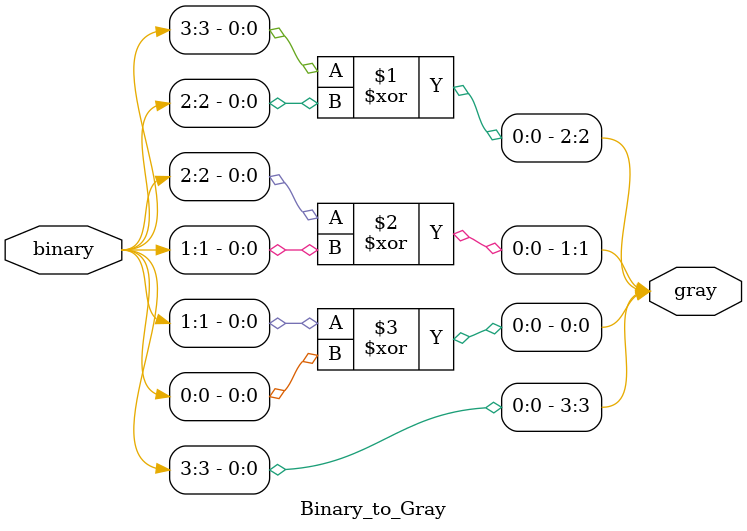
<source format=v>
module Binary_to_Gray (
    input [3:0] binary,
    output [3:0] gray
);
    // Công thức chuyển từ binary sang gray
    assign gray[3] = binary[3];             // MSB giữ nguyên
    assign gray[2] = binary[3] ^ binary[2]; // XOR các bit kế tiếp
    assign gray[1] = binary[2] ^ binary[1];
    assign gray[0] = binary[1] ^ binary[0];
endmodule

</source>
